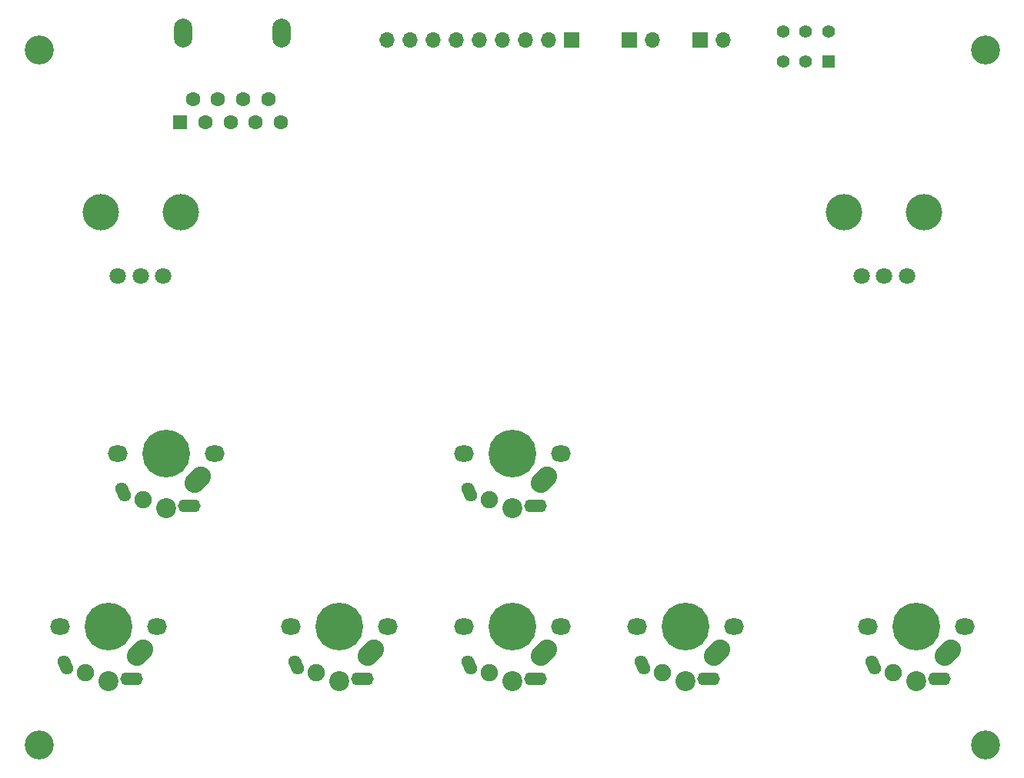
<source format=gbr>
%TF.GenerationSoftware,KiCad,Pcbnew,(7.0.0)*%
%TF.CreationDate,2023-04-17T19:04:10-07:00*%
%TF.ProjectId,JoyKeyMX,4a6f794b-6579-44d5-982e-6b696361645f,C*%
%TF.SameCoordinates,Original*%
%TF.FileFunction,Soldermask,Bot*%
%TF.FilePolarity,Negative*%
%FSLAX46Y46*%
G04 Gerber Fmt 4.6, Leading zero omitted, Abs format (unit mm)*
G04 Created by KiCad (PCBNEW (7.0.0)) date 2023-04-17 19:04:10*
%MOMM*%
%LPD*%
G01*
G04 APERTURE LIST*
G04 Aperture macros list*
%AMHorizOval*
0 Thick line with rounded ends*
0 $1 width*
0 $2 $3 position (X,Y) of the first rounded end (center of the circle)*
0 $4 $5 position (X,Y) of the second rounded end (center of the circle)*
0 Add line between two ends*
20,1,$1,$2,$3,$4,$5,0*
0 Add two circle primitives to create the rounded ends*
1,1,$1,$2,$3*
1,1,$1,$4,$5*%
G04 Aperture macros list end*
%ADD10O,2.200000X1.800000*%
%ADD11C,5.250000*%
%ADD12HorizOval,1.400000X-0.169047X0.362523X0.169047X-0.362523X0*%
%ADD13HorizOval,2.200000X-0.353553X-0.353553X0.353553X0.353553X0*%
%ADD14C,1.900000*%
%ADD15C,2.200000*%
%ADD16O,2.500000X1.400000*%
%ADD17R,1.600000X1.600000*%
%ADD18C,1.600000*%
%ADD19R,1.400000X1.400000*%
%ADD20C,1.400000*%
%ADD21R,1.700000X1.700000*%
%ADD22O,1.700000X1.700000*%
%ADD23C,3.200000*%
%ADD24O,2.000000X3.200000*%
%ADD25C,4.000000*%
%ADD26C,1.800000*%
G04 APERTURE END LIST*
D10*
%TO.C,SW7*%
X140719999Y-126999999D03*
D11*
X146050000Y-127000000D03*
D10*
X151379999Y-126999999D03*
D12*
X141349999Y-131249999D03*
D13*
X149549999Y-129869999D03*
D14*
X143510000Y-132080000D03*
D15*
X146050000Y-133000000D03*
D16*
X148649999Y-132749999D03*
%TD*%
D17*
%TO.C,J1*%
X90487499Y-71437499D03*
D18*
X93257500Y-71437500D03*
X96027500Y-71437500D03*
X98797500Y-71437500D03*
X101567500Y-71437500D03*
X91872500Y-68897500D03*
X94642500Y-68897500D03*
X97412500Y-68897500D03*
X100182500Y-68897500D03*
%TD*%
D19*
%TO.C,JP1*%
X161799999Y-64749999D03*
D20*
X159300000Y-64750000D03*
X156800000Y-64750000D03*
X161800000Y-61450000D03*
X159300000Y-61450000D03*
X156800000Y-61450000D03*
%TD*%
D10*
%TO.C,SW3*%
X83569999Y-107949999D03*
D11*
X88900000Y-107950000D03*
D10*
X94229999Y-107949999D03*
D12*
X84199999Y-112199999D03*
D13*
X92399999Y-110819999D03*
D14*
X86360000Y-113030000D03*
D15*
X88900000Y-113950000D03*
D16*
X91499999Y-113699999D03*
%TD*%
D21*
%TO.C,J2*%
X133593999Y-62349999D03*
D22*
X131053999Y-62349999D03*
X128513999Y-62349999D03*
X125973999Y-62349999D03*
X123433999Y-62349999D03*
X120893999Y-62349999D03*
X118353999Y-62349999D03*
X115813999Y-62349999D03*
X113273999Y-62349999D03*
%TD*%
D23*
%TO.C,REF\u002A\u002A*%
X179070000Y-140017500D03*
%TD*%
D10*
%TO.C,SW4*%
X121669999Y-107949999D03*
D11*
X127000000Y-107950000D03*
D10*
X132329999Y-107949999D03*
D12*
X122299999Y-112199999D03*
D13*
X130499999Y-110819999D03*
D14*
X124460000Y-113030000D03*
D15*
X127000000Y-113950000D03*
D16*
X129599999Y-113699999D03*
%TD*%
D21*
%TO.C,J3*%
X139924999Y-62349999D03*
D22*
X142464999Y-62349999D03*
%TD*%
D21*
%TO.C,J4*%
X147724999Y-62349999D03*
D22*
X150264999Y-62349999D03*
%TD*%
D24*
%TO.C,REF\u002A\u002A*%
X90804999Y-61594999D03*
%TD*%
%TO.C,REF\u002A\u002A*%
X101599999Y-61594999D03*
%TD*%
D10*
%TO.C,SW2*%
X166119999Y-126999999D03*
D11*
X171450000Y-127000000D03*
D10*
X176779999Y-126999999D03*
D12*
X166749999Y-131249999D03*
D13*
X174949999Y-129869999D03*
D14*
X168910000Y-132080000D03*
D15*
X171450000Y-133000000D03*
D16*
X174049999Y-132749999D03*
%TD*%
D25*
%TO.C,RV1*%
X81706000Y-81346000D03*
X90506000Y-81346000D03*
D26*
X88606000Y-88346000D03*
X86106000Y-88346000D03*
X83606000Y-88346000D03*
%TD*%
D23*
%TO.C,REF\u002A\u002A*%
X74930000Y-63500000D03*
%TD*%
D10*
%TO.C,SW1*%
X77219999Y-126999999D03*
D11*
X82550000Y-127000000D03*
D10*
X87879999Y-126999999D03*
D12*
X77849999Y-131249999D03*
D13*
X86049999Y-129869999D03*
D14*
X80010000Y-132080000D03*
D15*
X82550000Y-133000000D03*
D16*
X85149999Y-132749999D03*
%TD*%
D10*
%TO.C,SW5*%
X121669999Y-126999999D03*
D11*
X127000000Y-127000000D03*
D10*
X132329999Y-126999999D03*
D12*
X122299999Y-131249999D03*
D13*
X130499999Y-129869999D03*
D14*
X124460000Y-132080000D03*
D15*
X127000000Y-133000000D03*
D16*
X129599999Y-132749999D03*
%TD*%
D10*
%TO.C,SW6*%
X102619999Y-126999999D03*
D11*
X107950000Y-127000000D03*
D10*
X113279999Y-126999999D03*
D12*
X103249999Y-131249999D03*
D13*
X111449999Y-129869999D03*
D14*
X105410000Y-132080000D03*
D15*
X107950000Y-133000000D03*
D16*
X110549999Y-132749999D03*
%TD*%
D25*
%TO.C,RV2*%
X163544000Y-81346000D03*
X172344000Y-81346000D03*
D26*
X170444000Y-88346000D03*
X167944000Y-88346000D03*
X165444000Y-88346000D03*
%TD*%
D23*
%TO.C,REF\u002A\u002A*%
X179070000Y-63500000D03*
%TD*%
%TO.C,REF\u002A\u002A*%
X74930000Y-140017500D03*
%TD*%
M02*

</source>
